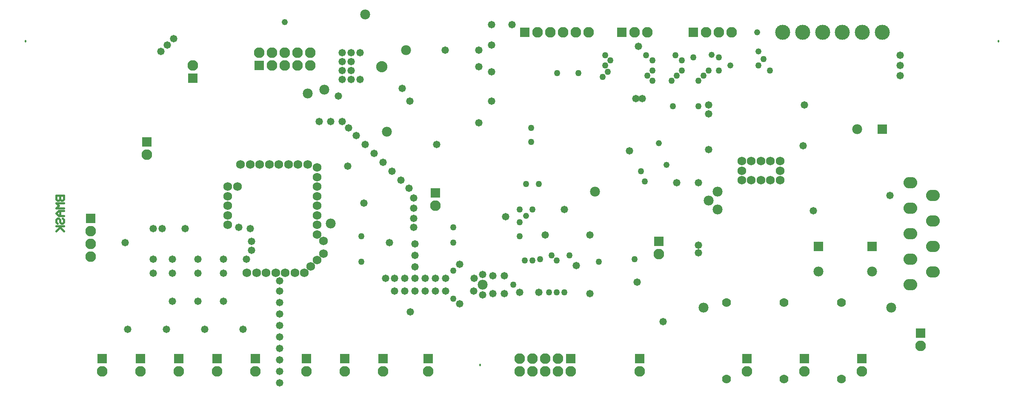
<source format=gbs>
%FSLAX24Y24*%
%MOIN*%
G70*
G01*
G75*
%ADD10C,0.0130*%
%ADD11R,0.0620X0.0200*%
%ADD12R,0.0200X0.0620*%
%ADD13R,0.1575X0.0984*%
%ADD14R,0.0500X0.0600*%
%ADD15R,0.0600X0.0700*%
%ADD16R,0.0320X0.0950*%
%ADD17R,0.0400X0.0400*%
%ADD18R,0.0400X0.0550*%
%ADD19R,0.0600X0.0500*%
%ADD20R,0.0320X0.0900*%
%ADD21R,0.1311X0.1047*%
%ADD22R,0.0300X0.0900*%
%ADD23R,0.0300X0.0300*%
%ADD24R,0.1000X0.1500*%
%ADD25R,0.0900X0.0300*%
%ADD26R,0.0900X0.0500*%
%ADD27R,0.1000X0.0340*%
%ADD28R,0.0500X0.0340*%
%ADD29C,0.0500*%
%ADD30C,0.0200*%
%ADD31C,0.0250*%
%ADD32C,0.0400*%
%ADD33C,0.0120*%
%ADD34C,0.0300*%
%ADD35C,0.0150*%
%ADD36C,0.0600*%
%ADD37C,0.0800*%
%ADD38C,0.0300*%
%ADD39R,0.1000X0.6600*%
%ADD40C,0.0620*%
%ADD41R,0.0700X0.0700*%
%ADD42C,0.0750*%
%ADD43C,0.0700*%
%ADD44O,0.1000X0.0800*%
%ADD45C,0.0100*%
%ADD46C,0.1100*%
%ADD47C,0.0500*%
%ADD48C,0.0400*%
%ADD49C,0.0420*%
%ADD50C,0.0600*%
%ADD51C,0.0800*%
%ADD52R,0.1000X0.3500*%
%ADD53C,0.0100*%
%ADD54C,0.0079*%
%ADD55C,0.0050*%
%ADD56C,0.0080*%
%ADD57C,0.0098*%
%ADD58C,0.0090*%
%ADD59R,0.0700X0.0280*%
%ADD60R,0.0280X0.0700*%
%ADD61R,0.1655X0.1064*%
%ADD62R,0.0580X0.0680*%
%ADD63R,0.0680X0.0780*%
%ADD64R,0.0400X0.1030*%
%ADD65R,0.0480X0.0480*%
%ADD66R,0.0480X0.0630*%
%ADD67R,0.0680X0.0580*%
%ADD68R,0.0400X0.0980*%
%ADD69R,0.1391X0.1127*%
%ADD70R,0.0380X0.0980*%
%ADD71R,0.0380X0.0380*%
%ADD72R,0.1080X0.1580*%
%ADD73R,0.0980X0.0380*%
%ADD74R,0.0980X0.0580*%
%ADD75R,0.1080X0.0420*%
%ADD76R,0.0580X0.0420*%
%ADD77R,0.0780X0.0780*%
%ADD78C,0.0830*%
%ADD79C,0.0780*%
%ADD80O,0.1080X0.0880*%
%ADD81C,0.0180*%
%ADD82C,0.1180*%
%ADD83C,0.0580*%
%ADD84C,0.0480*%
%ADD85C,0.0680*%
%ADD86C,0.0880*%
D35*
X-35700Y15800D02*
X-35100D01*
Y15500D01*
X-35200Y15400D01*
X-35300D01*
X-35400Y15500D01*
Y15800D01*
Y15500D01*
X-35500Y15400D01*
X-35600D01*
X-35700Y15500D01*
Y15800D01*
X-35100Y15200D02*
X-35700D01*
X-35500Y15000D01*
X-35700Y14800D01*
X-35100D01*
Y14600D02*
X-35500D01*
X-35700Y14400D01*
X-35500Y14201D01*
X-35100D01*
X-35400D01*
Y14600D01*
X-35600Y13601D02*
X-35700Y13701D01*
Y13901D01*
X-35600Y14001D01*
X-35500D01*
X-35400Y13901D01*
Y13701D01*
X-35300Y13601D01*
X-35200D01*
X-35100Y13701D01*
Y13901D01*
X-35200Y14001D01*
X-35700Y13401D02*
X-35100D01*
X-35300D01*
X-35700Y13001D01*
X-35400Y13301D01*
X-35100Y13001D01*
D43*
X25800Y7400D02*
D03*
Y1400D02*
D03*
X21300Y7400D02*
D03*
Y1400D02*
D03*
X16800Y7400D02*
D03*
Y1400D02*
D03*
D47*
X20200Y25600D02*
D03*
X16200D02*
D03*
X14600Y22800D02*
D03*
X12600D02*
D03*
X6800Y10600D02*
D03*
X9600Y10800D02*
D03*
X10400Y16900D02*
D03*
X10100Y17700D02*
D03*
X14600Y24800D02*
D03*
X12500D02*
D03*
X11000D02*
D03*
X7100Y25100D02*
D03*
X15000Y25200D02*
D03*
X12900D02*
D03*
X10600D02*
D03*
X7500Y25500D02*
D03*
X15400Y25600D02*
D03*
X13300D02*
D03*
X11000D02*
D03*
X7300Y26000D02*
D03*
X19700Y26500D02*
D03*
X12800Y26800D02*
D03*
X10500D02*
D03*
X7300D02*
D03*
X5200Y25400D02*
D03*
X3550D02*
D03*
X19300Y26000D02*
D03*
X13300Y26400D02*
D03*
X16200Y26650D02*
D03*
X14200D02*
D03*
X7700Y26400D02*
D03*
X11000D02*
D03*
X1500Y21100D02*
D03*
Y20000D02*
D03*
X2900Y8200D02*
D03*
X3500D02*
D03*
X4100D02*
D03*
X3500Y10700D02*
D03*
X3100Y11100D02*
D03*
X4500D02*
D03*
X1000Y10700D02*
D03*
X1100Y16700D02*
D03*
X1600Y10700D02*
D03*
Y14700D02*
D03*
X2200Y10800D02*
D03*
X2100Y16700D02*
D03*
X600Y12600D02*
D03*
Y13700D02*
D03*
Y14700D02*
D03*
X100Y8800D02*
D03*
X-11800Y10600D02*
D03*
Y12600D02*
D03*
X-4600Y13300D02*
D03*
Y12100D02*
D03*
Y9900D02*
D03*
Y7700D02*
D03*
D77*
X32000Y5000D02*
D03*
X-28600Y20000D02*
D03*
X18400Y3000D02*
D03*
X22900D02*
D03*
X27400Y3005D02*
D03*
X24000Y11800D02*
D03*
X28200D02*
D03*
X4600Y3000D02*
D03*
X14200Y28600D02*
D03*
X1000D02*
D03*
X-33000Y14000D02*
D03*
X29000Y21000D02*
D03*
X-13100Y3000D02*
D03*
X-10100D02*
D03*
X-32100D02*
D03*
X-16100D02*
D03*
X10000D02*
D03*
X-6575D02*
D03*
X-20100D02*
D03*
X-23100D02*
D03*
X-26100D02*
D03*
X-29100D02*
D03*
X-19800Y26000D02*
D03*
X8600Y28600D02*
D03*
X-25000Y25000D02*
D03*
X11500Y12200D02*
D03*
X-6000Y16000D02*
D03*
D78*
X32000Y4000D02*
D03*
X-28600Y19000D02*
D03*
X9600Y28600D02*
D03*
X1600Y2000D02*
D03*
X2600Y2000D02*
D03*
X3600Y2000D02*
D03*
X4600D02*
D03*
X600Y2000D02*
D03*
X2600Y3000D02*
D03*
X3600D02*
D03*
X600Y3000D02*
D03*
X1600D02*
D03*
X-33000Y11000D02*
D03*
X-33000Y13000D02*
D03*
X-33000Y12000D02*
D03*
X-10100Y2000D02*
D03*
X-13100D02*
D03*
X17200Y28600D02*
D03*
X-32100Y2000D02*
D03*
X15200Y28600D02*
D03*
X16200Y28600D02*
D03*
X-16100Y2000D02*
D03*
X10000D02*
D03*
X-6575D02*
D03*
X-20100D02*
D03*
X-23100D02*
D03*
X-26100D02*
D03*
X-29100D02*
D03*
X-17800Y26000D02*
D03*
X-15800D02*
D03*
X-16800Y26000D02*
D03*
X-15800Y27000D02*
D03*
X-19800D02*
D03*
X-18800Y26000D02*
D03*
Y27000D02*
D03*
X-16800D02*
D03*
X-17800Y27000D02*
D03*
X10600Y28600D02*
D03*
X6000D02*
D03*
X2000D02*
D03*
X3000Y28600D02*
D03*
X4000D02*
D03*
X5000Y28600D02*
D03*
X18400Y2000D02*
D03*
X22900D02*
D03*
X27400Y2005D02*
D03*
X-25000Y26000D02*
D03*
X11500Y11200D02*
D03*
X-6000Y15000D02*
D03*
D79*
X-9800Y20800D02*
D03*
X6500Y16100D02*
D03*
X-11500Y30000D02*
D03*
X-14700Y24100D02*
D03*
X-16000Y23800D02*
D03*
X16107Y14693D02*
D03*
X15000Y7000D02*
D03*
X29700D02*
D03*
X-8300Y27200D02*
D03*
X24000Y9831D02*
D03*
X28200Y9832D02*
D03*
X15400Y15400D02*
D03*
X16100Y16100D02*
D03*
X27031Y21000D02*
D03*
X-14200Y13600D02*
D03*
X-2300Y8800D02*
D03*
D80*
X32975Y15800D02*
D03*
X31200Y16800D02*
D03*
Y14800D02*
D03*
Y12800D02*
D03*
X32975Y11800D02*
D03*
X31200Y10800D02*
D03*
X32975Y13800D02*
D03*
Y9800D02*
D03*
X31200Y8800D02*
D03*
D81*
X-2500Y2500D02*
D03*
X38100Y27900D02*
D03*
X-38100D02*
D03*
D82*
X25880Y28600D02*
D03*
X24320Y28600D02*
D03*
X22760D02*
D03*
X29000Y28600D02*
D03*
X27440Y28600D02*
D03*
X21200Y28600D02*
D03*
D83*
X22900Y22900D02*
D03*
X29600Y15800D02*
D03*
X-27000Y27600D02*
D03*
X-27500Y27100D02*
D03*
X-26500Y28100D02*
D03*
X-30300Y12100D02*
D03*
X-7600Y11100D02*
D03*
Y10200D02*
D03*
Y12000D02*
D03*
X23600Y14600D02*
D03*
X30400Y26000D02*
D03*
Y25200D02*
D03*
Y26800D02*
D03*
X-20500Y13200D02*
D03*
X-21400Y13300D02*
D03*
X-20400Y12200D02*
D03*
Y11500D02*
D03*
X-25600Y13200D02*
D03*
X-27400D02*
D03*
X-28100D02*
D03*
X-20800Y10800D02*
D03*
X-22600D02*
D03*
X-24600D02*
D03*
X-26600D02*
D03*
X-28100D02*
D03*
Y9700D02*
D03*
X-7600Y8300D02*
D03*
X-8400D02*
D03*
X-2980Y9300D02*
D03*
X-1500Y9500D02*
D03*
X-2300Y9600D02*
D03*
X-600Y8100D02*
D03*
X-1500D02*
D03*
X-2300Y8000D02*
D03*
X-3000Y8300D02*
D03*
X-5200D02*
D03*
X-6000D02*
D03*
X-6800D02*
D03*
X-9200D02*
D03*
X-9900Y9300D02*
D03*
X-9200D02*
D03*
X-8400D02*
D03*
X-7600D02*
D03*
X-6800D02*
D03*
X-6000D02*
D03*
X-5200D02*
D03*
X-1600Y25500D02*
D03*
X-2600Y27200D02*
D03*
X12900Y16800D02*
D03*
X14600D02*
D03*
X15400Y22900D02*
D03*
Y22200D02*
D03*
X9700Y23400D02*
D03*
X10200D02*
D03*
X0Y29200D02*
D03*
X14600Y11900D02*
D03*
Y11300D02*
D03*
X15400Y19400D02*
D03*
X-600Y9500D02*
D03*
X-500Y14150D02*
D03*
X4100Y14700D02*
D03*
X5020Y10300D02*
D03*
X6100Y8100D02*
D03*
X2100Y8200D02*
D03*
X600D02*
D03*
X9800Y9000D02*
D03*
X-8600Y24200D02*
D03*
X-1600Y23200D02*
D03*
Y27600D02*
D03*
Y29200D02*
D03*
X-5220Y27200D02*
D03*
X-8000Y23200D02*
D03*
X-13600Y23600D02*
D03*
X22800Y19700D02*
D03*
X2600Y12700D02*
D03*
X6100D02*
D03*
X-9600Y12100D02*
D03*
X-11600Y15200D02*
D03*
X9900Y27500D02*
D03*
X-13300Y27000D02*
D03*
Y26300D02*
D03*
Y25600D02*
D03*
Y24900D02*
D03*
X-12600D02*
D03*
Y25600D02*
D03*
Y26300D02*
D03*
Y27000D02*
D03*
X-11900D02*
D03*
Y24900D02*
D03*
X9215Y19315D02*
D03*
X-2600Y21500D02*
D03*
X-5900Y19800D02*
D03*
X-2600Y25900D02*
D03*
X-15100Y21600D02*
D03*
X-30100Y5300D02*
D03*
X-27050D02*
D03*
X-24050D02*
D03*
X-21050D02*
D03*
X11850Y5900D02*
D03*
X-26600Y7500D02*
D03*
X-24600D02*
D03*
X-22600D02*
D03*
X-26600Y9700D02*
D03*
X-24600D02*
D03*
X-22600D02*
D03*
X-7700Y14800D02*
D03*
Y15600D02*
D03*
X-8063Y16363D02*
D03*
X-8700Y17000D02*
D03*
X-9398Y17698D02*
D03*
X-10100Y18400D02*
D03*
X-10800Y19100D02*
D03*
X-11500Y19800D02*
D03*
X-12200Y20500D02*
D03*
X-12801Y21101D02*
D03*
X-13300Y21600D02*
D03*
X-14200D02*
D03*
X-18200Y1100D02*
D03*
Y2000D02*
D03*
D03*
D03*
Y3800D02*
D03*
D03*
Y2000D02*
D03*
Y2900D02*
D03*
Y4700D02*
D03*
Y5600D02*
D03*
Y6500D02*
D03*
Y7400D02*
D03*
Y8300D02*
D03*
Y9100D02*
D03*
X-7950Y6675D02*
D03*
X-7700Y13300D02*
D03*
Y14000D02*
D03*
X-12850Y18100D02*
D03*
X-4100Y10400D02*
D03*
Y7300D02*
D03*
D84*
X1100Y14200D02*
D03*
X-17800Y29400D02*
D03*
X19300Y27120D02*
D03*
X15650Y26850D02*
D03*
X12100Y18200D02*
D03*
X19200Y28600D02*
D03*
X11500Y19900D02*
D03*
X17100Y26000D02*
D03*
D85*
X-14750Y12250D02*
D03*
Y11250D02*
D03*
X-15750Y10250D02*
D03*
X-15250Y10750D02*
D03*
X-20750Y9750D02*
D03*
X-20000D02*
D03*
X-19250D02*
D03*
X-18500D02*
D03*
X-17750D02*
D03*
X-17000D02*
D03*
X-16250D02*
D03*
X-15250Y12750D02*
D03*
Y13500D02*
D03*
Y14250D02*
D03*
Y15000D02*
D03*
Y15750D02*
D03*
Y16500D02*
D03*
Y17250D02*
D03*
Y18000D02*
D03*
X-16000Y18250D02*
D03*
X-16750D02*
D03*
X-17500D02*
D03*
X-18250D02*
D03*
X-19000D02*
D03*
X-19750D02*
D03*
X-20500D02*
D03*
X-21500Y16500D02*
D03*
X-22250Y13500D02*
D03*
Y14250D02*
D03*
Y15000D02*
D03*
Y15750D02*
D03*
Y16500D02*
D03*
X-21250Y18250D02*
D03*
X21000Y18500D02*
D03*
Y17750D02*
D03*
X18000D02*
D03*
X21000Y17000D02*
D03*
X20250D02*
D03*
X19500D02*
D03*
X18750D02*
D03*
X18000D02*
D03*
Y18500D02*
D03*
X18750D02*
D03*
X19500D02*
D03*
X20250D02*
D03*
D86*
X-10200Y25900D02*
D03*
M02*

</source>
